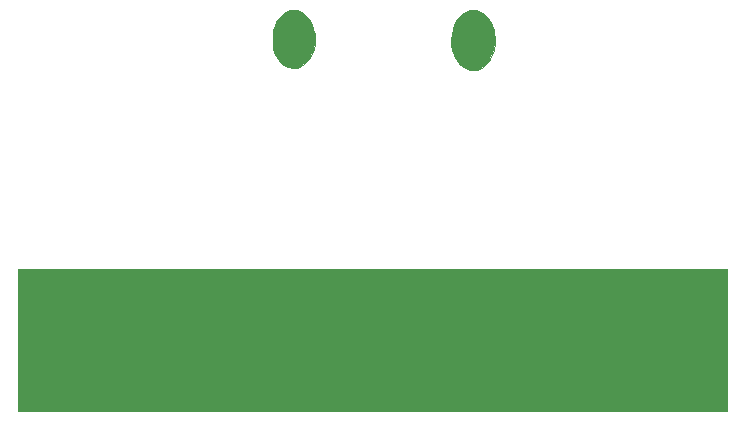
<source format=gbr>
%TF.GenerationSoftware,KiCad,Pcbnew,7.0.10*%
%TF.CreationDate,2024-01-13T02:21:11+01:00*%
%TF.ProjectId,ferris,66657272-6973-42e6-9b69-6361645f7063,rev?*%
%TF.SameCoordinates,Original*%
%TF.FileFunction,Legend,Bot*%
%TF.FilePolarity,Positive*%
%FSLAX46Y46*%
G04 Gerber Fmt 4.6, Leading zero omitted, Abs format (unit mm)*
G04 Created by KiCad (PCBNEW 7.0.10) date 2024-01-13 02:21:11*
%MOMM*%
%LPD*%
G01*
G04 APERTURE LIST*
%ADD10C,0.010000*%
G04 APERTURE END LIST*
%TO.C,Ref\u002A\u002A*%
D10*
X119125334Y-84170000D02*
X59054334Y-84170000D01*
X59054334Y-72147334D01*
X119125334Y-72147334D01*
X119125334Y-84170000D01*
G36*
X119125334Y-84170000D02*
G01*
X59054334Y-84170000D01*
X59054334Y-72147334D01*
X119125334Y-72147334D01*
X119125334Y-84170000D01*
G37*
X97782619Y-50244083D02*
X97926101Y-50262770D01*
X98058388Y-50304141D01*
X98216762Y-50376437D01*
X98508794Y-50561164D01*
X98786242Y-50825527D01*
X99025399Y-51151554D01*
X99218995Y-51529244D01*
X99359755Y-51948591D01*
X99372204Y-52001439D01*
X99413011Y-52258528D01*
X99437362Y-52559803D01*
X99444341Y-52873897D01*
X99433033Y-53169440D01*
X99402525Y-53415062D01*
X99360525Y-53592108D01*
X99269824Y-53875965D01*
X99157198Y-54156627D01*
X99037756Y-54393562D01*
X98932208Y-54553714D01*
X98703612Y-54815040D01*
X98437578Y-55035361D01*
X98152241Y-55200695D01*
X97865736Y-55297061D01*
X97593955Y-55318486D01*
X97281779Y-55272229D01*
X96972982Y-55159024D01*
X96684816Y-54985372D01*
X96434534Y-54757775D01*
X96398263Y-54716187D01*
X96157999Y-54377826D01*
X95974436Y-54001649D01*
X95846316Y-53597731D01*
X95772384Y-53176146D01*
X95751382Y-52746970D01*
X95782055Y-52320277D01*
X95863147Y-51906142D01*
X95993400Y-51514638D01*
X96171559Y-51155842D01*
X96396367Y-50839826D01*
X96666568Y-50576666D01*
X96980905Y-50376437D01*
X97134255Y-50306157D01*
X97266834Y-50263816D01*
X97409266Y-50244456D01*
X97598834Y-50239834D01*
X97782619Y-50244083D01*
G36*
X97782619Y-50244083D02*
G01*
X97926101Y-50262770D01*
X98058388Y-50304141D01*
X98216762Y-50376437D01*
X98508794Y-50561164D01*
X98786242Y-50825527D01*
X99025399Y-51151554D01*
X99218995Y-51529244D01*
X99359755Y-51948591D01*
X99372204Y-52001439D01*
X99413011Y-52258528D01*
X99437362Y-52559803D01*
X99444341Y-52873897D01*
X99433033Y-53169440D01*
X99402525Y-53415062D01*
X99360525Y-53592108D01*
X99269824Y-53875965D01*
X99157198Y-54156627D01*
X99037756Y-54393562D01*
X98932208Y-54553714D01*
X98703612Y-54815040D01*
X98437578Y-55035361D01*
X98152241Y-55200695D01*
X97865736Y-55297061D01*
X97593955Y-55318486D01*
X97281779Y-55272229D01*
X96972982Y-55159024D01*
X96684816Y-54985372D01*
X96434534Y-54757775D01*
X96398263Y-54716187D01*
X96157999Y-54377826D01*
X95974436Y-54001649D01*
X95846316Y-53597731D01*
X95772384Y-53176146D01*
X95751382Y-52746970D01*
X95782055Y-52320277D01*
X95863147Y-51906142D01*
X95993400Y-51514638D01*
X96171559Y-51155842D01*
X96396367Y-50839826D01*
X96666568Y-50576666D01*
X96980905Y-50376437D01*
X97134255Y-50306157D01*
X97266834Y-50263816D01*
X97409266Y-50244456D01*
X97598834Y-50239834D01*
X97782619Y-50244083D01*
G37*
X82444115Y-50239934D02*
X82630696Y-50245187D01*
X82768608Y-50262526D01*
X82888012Y-50297630D01*
X83019070Y-50356177D01*
X83240209Y-50493583D01*
X83492362Y-50721973D01*
X83718222Y-51005387D01*
X83903124Y-51327708D01*
X83941706Y-51412468D01*
X84088538Y-51829136D01*
X84174616Y-52256828D01*
X84202799Y-52686611D01*
X84175946Y-53109549D01*
X84096914Y-53516710D01*
X83968564Y-53899157D01*
X83793754Y-54247957D01*
X83575343Y-54554176D01*
X83316189Y-54808880D01*
X83019152Y-55003133D01*
X82687090Y-55128002D01*
X82585056Y-55147113D01*
X82304718Y-55147350D01*
X82008138Y-55083176D01*
X81715389Y-54960159D01*
X81446538Y-54783866D01*
X81291465Y-54634125D01*
X81103086Y-54386897D01*
X80931000Y-54091380D01*
X80786635Y-53767704D01*
X80681418Y-53436000D01*
X80671695Y-53392522D01*
X80641926Y-53175507D01*
X80626248Y-52908329D01*
X80624370Y-52617571D01*
X80635999Y-52329819D01*
X80660844Y-52071656D01*
X80698614Y-51869667D01*
X80703576Y-51851356D01*
X80840128Y-51464372D01*
X81024690Y-51109193D01*
X81247945Y-50798865D01*
X81500578Y-50546429D01*
X81773272Y-50364932D01*
X81824329Y-50339569D01*
X81947339Y-50286916D01*
X82064363Y-50256751D01*
X82205579Y-50243061D01*
X82401167Y-50239834D01*
X82444115Y-50239934D01*
G36*
X82444115Y-50239934D02*
G01*
X82630696Y-50245187D01*
X82768608Y-50262526D01*
X82888012Y-50297630D01*
X83019070Y-50356177D01*
X83240209Y-50493583D01*
X83492362Y-50721973D01*
X83718222Y-51005387D01*
X83903124Y-51327708D01*
X83941706Y-51412468D01*
X84088538Y-51829136D01*
X84174616Y-52256828D01*
X84202799Y-52686611D01*
X84175946Y-53109549D01*
X84096914Y-53516710D01*
X83968564Y-53899157D01*
X83793754Y-54247957D01*
X83575343Y-54554176D01*
X83316189Y-54808880D01*
X83019152Y-55003133D01*
X82687090Y-55128002D01*
X82585056Y-55147113D01*
X82304718Y-55147350D01*
X82008138Y-55083176D01*
X81715389Y-54960159D01*
X81446538Y-54783866D01*
X81291465Y-54634125D01*
X81103086Y-54386897D01*
X80931000Y-54091380D01*
X80786635Y-53767704D01*
X80681418Y-53436000D01*
X80671695Y-53392522D01*
X80641926Y-53175507D01*
X80626248Y-52908329D01*
X80624370Y-52617571D01*
X80635999Y-52329819D01*
X80660844Y-52071656D01*
X80698614Y-51869667D01*
X80703576Y-51851356D01*
X80840128Y-51464372D01*
X81024690Y-51109193D01*
X81247945Y-50798865D01*
X81500578Y-50546429D01*
X81773272Y-50364932D01*
X81824329Y-50339569D01*
X81947339Y-50286916D01*
X82064363Y-50256751D01*
X82205579Y-50243061D01*
X82401167Y-50239834D01*
X82444115Y-50239934D01*
G37*
%TD*%
M02*

</source>
